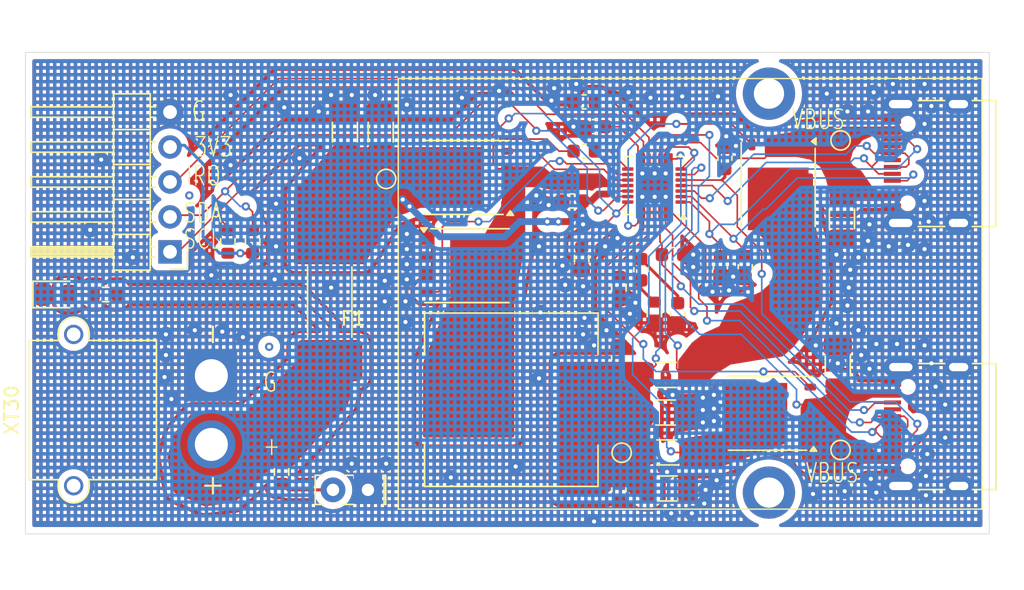
<source format=kicad_pcb>
(kicad_pcb (version 20240108) (generator "pcbnew") (generator_version "8.0")
  (layers (0 "F.Cu" signal) (31 "B.Cu" signal) (34 "B.Paste" user) (35 "F.Paste" user) (36 "B.SilkS" user "B.Silkscreen") (37 "F.SilkS" user "F.Silkscreen") (38 "B.Mask" user) (39 "F.Mask" user) (44 "Edge.Cuts" user))
  (net 0 "")
  (net 1 "GND")
  (net 2 "+3V3")
  (net 3 "/CC21")
  (net 4 "/CC11")
  (net 5 "Net-(U2-COMP)")
  (net 6 "Net-(C9-Pad1)")
  (net 7 "/VDD")
  (net 8 "Net-(U2-VDRV)")
  (net 9 "Net-(U2-BST)")
  (net 10 "/VBUS1")
  (net 13 "/VBUS2")
  (net 16 "Net-(Q8-G)")
  (net 17 "Net-(Q9-G)")
  (net 18 "/CSN1")
  (net 19 "/GATE1")
  (net 20 "/CSN2")
  (net 21 "Net-(U2-NTC)")
  (net 22 "/SCK")
  (net 23 "/SDA")
  (net 24 "/IRQ")
  (net 25 "Net-(LED1-A)")
  (net 26 "Net-(LED2-A)")
  (net 27 "/U1_SW1")
  (net 28 "/CSP")
  (net 31 "/DP11")
  (net 32 "/GATE2")
  (net 33 "/CC22")
  (net 34 "/CC12")
  (net 35 "/DP2")
  (net 36 "/DM2")
  (net 37 "BAT12V")
  (net 38 "/DM11")
  (net 39 "Net-(XT30-Pin_2)")
  (footprint "Capacitor_SMD:C_0603_1608Metric" (layer "F.Cu") (at 100.475 65.6 -90)
    (property "Reference" "C4" (hide yes))
    (property "Value" "330pF")
  )
  (footprint "Fuse:Fuse_Schurter_UMZ250" (layer "F.Cu") (at 72.1 68.15 -90)
    (property "Reference" "F1")
    (property "Value" "Fuse_Small")
  )
  (footprint "Capacitor_SMD:C_0603_1608Metric" (layer "F.Cu") (at 90.575 53.6 180)
    (property "Reference" "C10" (hide yes))
    (property "Value" "1uF")
  )
  (footprint "Capacitor_SMD:C_1206_3216Metric" (layer "F.Cu") (at 109.3 62.1 -90)
    (property "Reference" "C17" (hide yes))
    (property "Value" "10uF")
  )
  (footprint "Package_DFN_QFN:QFN-28-1EP_4x4mm_P0.4mm_EP2.4x2.4mm" (layer "F.Cu") (at 95.685 59.68 180)
    (property "Reference" "U2" (hide yes))
    (property "Value" "~")
  )
  (footprint "TestPoint:TestPoint_Pad_D1.0mm" (layer "F.Cu") (at 76.2 59.2)
    (property "Reference" "TP10" (hide yes))
    (property "Value" "TestPoint")
  )
  (footprint "LED_SMD:LED_0805_2012Metric" (layer "F.Cu") (at 52.225 67.6)
    (property "Reference" "LED1" (hide yes))
    (property "Value" "LED_Small")
  )
  (footprint "Inductor_SMD:L_12x12mm_H8mm" (layer "F.Cu") (at 85.285 75.25)
    (property "Reference" "L1" (hide yes))
    (property "Value" "22uH")
  )
  (footprint "Capacitor_SMD:C_1206_3216Metric" (layer "F.Cu") (at 96.485 76.18)
    (property "Reference" "C14" (hide yes))
    (property "Value" "22uF")
  )
  (footprint "Package_TO_SOT_SMD:TDSON-8-1" (layer "F.Cu") (at 82.07 65.505)
    (property "Reference" "Q9" (hide yes))
    (property "Value" "CSD17578Q5A")
  )
  (footprint "Connector_USB:USB_C_Receptacle_G-Switch_GT-USB-7010ASV" (layer "F.Cu") (at 116.7 77.2 90)
    (property "Reference" "J1" (hide yes))
    (property "Value" "USB_C_Receptacle_USB2.0_16P")
  )
  (footprint "Resistor_SMD:R_0603_1608Metric" (layer "F.Cu") (at 95.675 68.98 90)
    (property "Reference" "R25" (hide yes))
    (property "Value" "20K")
  )
  (footprint "LED_THT:LED_Rectangular_W5.0mm_H2.0mm" (layer "F.Cu") (at 74.875 81.8 180)
    (property "Reference" "LED2" (hide yes))
    (property "Value" "LED_Small")
  )
  (footprint "Resistor_SMD:R_0603_1608Metric" (layer "F.Cu") (at 66.5 63.775 90)
    (property "Reference" "R39" (hide yes))
    (property "Value" "68K")
  )
  (footprint "Connector_PinHeader_2.54mm:PinHeader_1x05_P2.54mm_Horizontal" (layer "F.Cu") (at 60.5 64.5 180)
    (property "Reference" "J3" (hide yes))
    (property "Value" "Conn_01x05_Pin")
  )
  (footprint "Capacitor_SMD:C_0603_1608Metric" (layer "F.Cu") (at 100.8 57.7 90)
    (property "Reference" "C39" (hide yes))
    (property "Value" "330pF")
  )
  (footprint "Capacitor_SMD:C_0603_1608Metric" (layer "F.Cu") (at 97.375 69.005 90)
    (property "Reference" "C8" (hide yes))
    (property "Value" "100pF")
  )
  (footprint "Package_TO_SOT_SMD:TDSON-8-1" (layer "F.Cu") (at 104.1 76.235 180)
    (property "Reference" "Q11" (hide yes))
    (property "Value" "CSD17578Q5A")
  )
  (footprint "Resistor_SMD:R_0603_1608Metric" (layer "F.Cu") (at 55.825 67.6 180)
    (property "Reference" "R14" (hide yes))
    (property "Value" "15K")
  )
  (footprint "Resistor_SMD:R_0603_1608Metric" (layer "F.Cu") (at 90.4 65 90)
    (property "Reference" "R27" (hide yes))
    (property "Value" "68K")
  )
  (footprint "Capacitor_SMD:C_0603_1608Metric" (layer "F.Cu") (at 93.085 72.2 90)
    (property "Reference" "C15" (hide yes))
    (property "Value" "0.1uF")
  )
  (footprint "Capacitor_SMD:C_0603_1608Metric" (layer "F.Cu") (at 89.7 60.8 180)
    (property "Reference" "C13" (hide yes))
    (property "Value" "0.1uF")
  )
  (footprint "MountingHole:MountingHole_2.2mm_M2_DIN965_Pad" (layer "F.Cu") (at 104 82)
    (property "Reference" "H2" (hide yes))
    (property "Value" "MountingHole_Pad")
  )
  (footprint "Capacitor_SMD:C_1206_3216Metric" (layer "F.Cu") (at 96.625 81.7)
    (property "Reference" "C41" (hide yes))
    (property "Value" "22uF")
  )
  (footprint "Capacitor_SMD:C_1206_3216Metric" (layer "F.Cu") (at 109 72.8 90)
    (property "Reference" "C6" (hide yes))
    (property "Value" "10uF")
  )
  (footprint "TestPoint:TestPoint_Pad_D1.0mm" (layer "F.Cu") (at 93.3 79.1)
    (property "Reference" "TP9" (hide yes))
    (property "Value" "TestPoint")
  )
  (footprint "Resistor_SMD:R_1206_3216Metric" (layer "F.Cu") (at 96.535 73.45)
    (property "Reference" "R28" (hide yes))
    (property "Value" "5mΩ")
  )
  (footprint "Resistor_SMD:R_0603_1608Metric" (layer "F.Cu") (at 68.6 80.5 -90)
    (property "Reference" "R16" (hide yes))
    (property "Value" "15K")
  )
  (footprint "Capacitor_SMD:C_1206_3216Metric" (layer "F.Cu") (at 75.8 55.8 90)
    (property "Reference" "C25" (hide yes))
    (property "Value" "100uF35V")
  )
  (footprint "Package_TO_SOT_SMD:TDSON-8-1" (layer "F.Cu") (at 82.075 59.095 180)
    (property "Reference" "Q8" (hide yes))
    (property "Value" "CSD17578Q5A")
  )
  (footprint "Package_TO_SOT_SMD:TDSON-8-1" (layer "F.Cu") (at 104.67 59.6 -90)
    (property "Reference" "Q10" (hide yes))
    (property "Value" "CSD17578Q5A")
  )
  (footprint "MountingHole:MountingHole_2.2mm_M2_DIN965_Pad" (layer "F.Cu") (at 104 53)
    (property "Reference" "H1" (hide yes))
    (property "Value" "MountingHole_Pad")
  )
  (footprint "Connector_AMASS:AMASS_XT30PW-M_1x02_P2.50mm_Horizontal" (layer "F.Cu") (at 63.5 73.5 90)
    (property "Reference" "XT30")
    (property "Value" "Conn_01x02")
  )
  (footprint "Capacitor_SMD:C_0603_1608Metric" (layer "F.Cu") (at 97 64.7 180)
    (property "Reference" "C40" (hide yes))
    (property "Value" "330pF")
  )
  (footprint "Connector_USB:USB_C_Receptacle_G-Switch_GT-USB-7010ASV" (layer "F.Cu") (at 116.685 58.08 90)
    (property "Reference" "J6" (hide yes))
    (property "Value" "USB_C_Receptacle_USB2.0_16P")
  )
  (footprint "Capacitor_SMD:C_0603_1608Metric" (layer "F.Cu") (at 91.325 55.4 180)
    (property "Reference" "C11" (hide yes))
    (property "Value" "1uF")
  )
  (footprint "TestPoint:TestPoint_Pad_D1.0mm" (layer "F.Cu") (at 109.2 78.9)
    (property "Reference" "TP8" (hide yes))
    (property "Value" "TestPoint")
  )
  (footprint "TestPoint:TestPoint_Pad_D1.0mm" (layer "F.Cu") (at 109.2 56.4)
    (property "Reference" "TP6" (hide yes))
    (property "Value" "TestPoint")
  )
  (footprint "Capacitor_SMD:C_0603_1608Metric" (layer "F.Cu") (at 93.1 81.8 -90)
    (property "Reference" "C16" (hide yes))
    (property "Value" "0.1uF")
  )
  (footprint "Resistor_SMD:R_1206_3216Metric" (layer "F.Cu") (at 96.585 79.08)
    (property "Reference" "R17" (hide yes))
    (property "Value" "5mΩ")
  )
  (footprint "Resistor_SMD:R_0603_1608Metric" (layer "F.Cu") (at 64.7 63.775 90)
    (property "Reference" "R38" (hide yes))
    (property "Value" "68K")
  )
  (footprint "Capacitor_SMD:C_1206_3216Metric" (layer "F.Cu") (at 73.2 55.8 90)
    (property "Reference" "C24" (hide yes))
    (property "Value" "10uF35V")
  )
  (footprint "Capacitor_SMD:C_0603_1608Metric" (layer "F.Cu") (at 102.275 65.575 -90)
    (property "Reference" "C5" (hide yes))
    (property "Value" "330pF")
  )
  (footprint "Resistor_SMD:R_0603_1608Metric" (layer "F.Cu") (at 93.1 67.1 90)
    (property "Reference" "R26" (hide yes))
    (property "Value" "104AT")
  )
  (footprint "Capacitor_SMD:C_0603_1608Metric" (layer "F.Cu") (at 90.585 57.18)
    (property "Reference" "C12" (hide yes))
    (property "Value" "0.1uF")
  )
  (footprint "Capacitor_SMD:C_0603_1608Metric" (layer "F.Cu") (at 94.7 65.8 90)
    (property "Reference" "C9" (hide yes))
    (property "Value" "2.2nF")
  )
  (gr_line (start 93.7 59.7) (end 92.7 59.7) (stroke (width 0.2)) (layer "F.Cu") (net 27))
  (gr_rect (start 77.075 51.9) (end 119.475 83.2) (stroke (width 0.1)) (fill none) (layer "F.SilkS"))
  (gr_rect (start 50 50) (end 120 85) (stroke (width 0.05)) (fill none) (layer "Edge.Cuts"))
  (gr_text "G" (at 67.2 74.8 0) (layer "F.SilkS") (effects (font (size 1.4 1) (thickness 0.1) (bold yes)) (justify left bottom)))
  (gr_text "3V3" (at 62.2 57.7 0) (layer "F.SilkS") (effects (font (size 1.4 1) (thickness 0.1) (bold yes)) (justify left bottom)))
  (gr_text "+" (at 67.2 79.4 0) (layer "F.SilkS") (effects (font (size 1.4 1) (thickness 0.1) (bold yes)) (justify left bottom)))
  (gr_text "SCL" (at 61.4 64.4 0) (layer "F.SilkS") (effects (font (size 1.4 1) (thickness 0.1) (bold yes)) (justify left bottom)))
  (gr_text "VBUS" (at 105.6 55.7 0) (layer "F.SilkS") (effects (font (size 1.4 1) (thickness 0.1) (bold yes)) (justify left bottom)))
  (gr_text "VBUS" (at 106.6 81.4 0) (layer "F.SilkS") (effects (font (size 1.4 1) (thickness 0.1) (bold yes)) (justify left bottom)))
  (gr_text "SDA" (at 61.4 62.5 0) (layer "F.SilkS") (effects (font (size 1.4 1) (thickness 0.1) (bold yes)) (justify left bottom)))
  (gr_text "G" (at 62 55.1 0) (layer "F.SilkS") (effects (font (size 1.4 1) (thickness 0.1) (bold yes)) (justify left bottom)))
  (gr_text "IRQ" (at 61.6 59.8 0) (layer "F.SilkS") (effects (font (size 1.4 1) (thickness 0.1) (bold yes)) (justify left bottom)))
  (via (at 61.9 60.4) (size 0.6) (drill 0.3) (layers "F.Cu" "B.Cu") (net 0))
  (via (at 67.7 71.4) (size 0.6) (drill 0.3) (layers "F.Cu" "B.Cu") (net 0))
  (via (at 112.7 64.1) (size 0.6) (drill 0.3) (layers "F.Cu" "B.Cu") (net 1))
  (via (at 87.1 60.4) (size 0.6) (drill 0.3) (layers "F.Cu" "B.Cu") (net 1))
  (via (at 88.2 53.5) (size 0.6) (drill 0.3) (layers "F.Cu" "B.Cu") (net 1))
  (via (at 114.1 64) (size 0.6) (drill 0.3) (layers "F.Cu" "B.Cu") (net 1))
  (via (at 95.4 53.3) (size 0.6) (drill 0.3) (layers "F.Cu" "B.Cu") (net 1))
  (via (at 69.9 57.7) (size 0.6) (drill 0.3) (layers "F.Cu" "B.Cu") (net 1))
  (via (at 85.6 80.1) (size 0.6) (drill 0.3) (layers "F.Cu" "B.Cu") (net 1))
  (via (at 54.7 62.9) (size 0.6) (drill 0.3) (layers "F.Cu" "B.Cu") (net 1))
  (via (at 84.4 52.8) (size 0.6) (drill 0.3) (layers "F.Cu" "B.Cu") (net 1))
  (via (at 63.5 66.2) (size 0.6) (drill 0.3) (layers "F.Cu" "B.Cu") (net 1))
  (via (at 65.8 70.7) (size 0.6) (drill 0.3) (layers "F.Cu" "B.Cu") (net 1))
  (via (at 115.3 71.3) (size 0.6) (drill 0.3) (layers "F.Cu" "B.Cu") (net 1))
  (via (at 76.2 79.9) (size 0.6) (drill 0.3) (layers "F.Cu" "B.Cu") (net 1))
  (via (at 101.1 67.3) (size 0.6) (drill 0.3) (layers "F.Cu" "B.Cu") (net 1))
  (via (at 93 63.5) (size 0.6) (drill 0.3) (layers "F.Cu" "B.Cu") (net 1))
  (via (at 107.2 82.1) (size 0.6) (drill 0.3) (layers "F.Cu" "B.Cu") (net 1))
  (via (at 57.8 64.9) (size 0.6) (drill 0.3) (layers "F.Cu" "B.Cu") (net 1))
  (via (at 96.6 80.5) (size 0.6) (drill 0.3) (layers "F.Cu" "B.Cu") (net 1))
  (via (at 110.5 64.9) (size 0.6) (drill 0.3) (layers "F.Cu" "B.Cu") (net 1))
  (via (at 55.5 57.8) (size 0.6) (drill 0.3) (layers "F.Cu" "B.Cu") (net 1))
  (via (at 98.4 83.5) (size 0.6) (drill 0.3) (layers "F.Cu" "B.Cu") (net 1))
  (via (at 111.3 62.5) (size 0.6) (drill 0.3) (layers "F.Cu" "B.Cu") (net 1))
  (via (at 77.7 66.5) (size 0.6) (drill 0.3) (layers "F.Cu" "B.Cu") (net 1))
  (via (at 90 52.3) (size 0.6) (drill 0.3) (layers "F.Cu" "B.Cu") (net 1))
  (via (at 116.8 78) (size 0.6) (drill 0.3) (layers "F.Cu" "B.Cu") (net 1))
  (via (at 60.2 72) (size 0.6) (drill 0.3) (layers "F.Cu" "B.Cu") (net 1))
  (via (at 111.6 52.9) (size 0.6) (drill 0.3) (layers "F.Cu" "B.Cu") (net 1))
  (via (at 90.5 70.5) (size 0.6) (drill 0.3) (layers "F.Cu" "B.Cu") (net 1))
  (via (at 115.3 55.2) (size 0.6) (drill 0.3) (layers "F.Cu" "B.Cu") (net 1))
  (via (at 68.2 61) (size 0.6) (drill 0.3) (layers "F.Cu" "B.Cu") (net 1))
  (via (at 96.5 60.5) (size 0.6) (drill 0.3) (layers "F.Cu" "B.Cu") (net 1))
  (via (at 88 61.1) (size 0.6) (drill 0.3) (layers "F.Cu" "B.Cu") (net 1))
  (via (at 77.6 69.6) (size 0.6) (drill 0.3) (layers "F.Cu" "B.Cu") (net 1))
  (via (at 89.2 66.9) (size 0.6) (drill 0.3) (layers "F.Cu" "B.Cu") (net 1))
  (via (at 96.9 83.5) (size 0.6) (drill 0.3) (layers "F.Cu" "B.Cu") (net 1))
  (via (at 115.4 80.8) (size 0.6) (drill 0.3) (layers "F.Cu" "B.Cu") (net 1))
  (via (at 64.3 70.3) (size 0.6) (drill 0.3) (layers "F.Cu" "B.Cu") (net 1))
  (via (at 77.6 68.1) (size 0.6) (drill 0.3) (layers "F.Cu" "B.Cu") (net 1))
  (via (at 89 65.5) (size 0.6) (drill 0.3) (layers "F.Cu" "B.Cu") (net 1))
  (via (at 75.4 53.1) (size 0.6) (drill 0.3) (layers "F.Cu" "B.Cu") (net 1))
  (via (at 94.8 58.8) (size 0.6) (drill 0.3) (layers "F.Cu" "B.Cu") (net 1))
  (via (at 99.4 81.8) (size 0.6) (drill 0.3) (layers "F.Cu" "B.Cu") (net 1))
  (via (at 88.4 52.6) (size 0.6) (drill 0.3) (layers "F.Cu" "B.Cu") (net 1))
  (via (at 68.2 64.1) (size 0.6) (drill 0.3) (layers "F.Cu" "B.Cu") (net 1))
  (via (at 99.2 76.9) (size 0.6) (drill 0.3) (layers "F.Cu" "B.Cu") (net 1))
  (via (at 91.3 84.1) (size 0.6) (drill 0.3) (layers "F.Cu" "B.Cu") (net 1))
  (via (at 100.2 81.1) (size 0.6) (drill 0.3) (layers "F.Cu" "B.Cu") (net 1))
  (via (at 115.3 64.3) (size 0.6) (drill 0.3) (layers "F.Cu" "B.Cu") (net 1))
  (via (at 87.4 68.9) (size 0.6) (drill 0.3) (layers "F.Cu" "B.Cu") (net 1))
  (via (at 68.8 54) (size 0.6) (drill 0.3) (layers "F.Cu" "B.Cu") (net 1))
  (via (at 80.9 80.9) (size 0.6) (drill 0.3) (layers "F.Cu" "B.Cu") (net 1))
  (via (at 115.4 82.2) (size 0.6) (drill 0.3) (layers "F.Cu" "B.Cu") (net 1))
  (via (at 109.7 54.3) (size 0.6) (drill 0.3) (layers "F.Cu" "B.Cu") (net 1))
  (via (at 99.3 82.8) (size 0.6) (drill 0.3) (layers "F.Cu" "B.Cu") (net 1))
  (via (at 115.3 52.3) (size 0.6) (drill 0.3) (layers "F.Cu" "B.Cu") (net 1))
  (via (at 111.3 73) (size 0.6) (drill 0.3) (layers "F.Cu" "B.Cu") (net 1))
  (via (at 111.8 82) (size 0.6) (drill 0.3) (layers "F.Cu" "B.Cu") (net 1))
  (via (at 100.3 53.2) (size 0.6) (drill 0.3) (layers "F.Cu" "B.Cu") (net 1))
  (via (at 93.9 69) (size 0.6) (drill 0.3) (layers "F.Cu" "B.Cu") (net 1))
  (via (at 108.9 69.7) (size 0.6) (drill 0.3) (layers "F.Cu" "B.Cu") (net 1))
  (via (at 101.4 66.3) (size 0.6) (drill 0.3) (layers "F.Cu" "B.Cu") (net 1))
  (via (at 115.3 60.8) (size 0.6) (drill 0.3) (layers "F.Cu" "B.Cu") (net 1))
  (via (at 77.7 53.8) (size 0.6) (drill 0.3) (layers "F.Cu" "B.Cu") (net 1))
  (via (at 115.8 72.6) (size 0.6) (drill 0.3) (layers "F.Cu" "B.Cu") (net 1))
  (via (at 64.9 53.1) (size 0.6) (drill 0.3) (layers "F.Cu" "B.Cu") (net 1))
  (via (at 73.7 79.9) (size 0.6) (drill 0.3) (layers "F.Cu" "B.Cu") (net 1))
  (via (at 72.2 53.1) (size 0.6) (drill 0.3) (layers "F.Cu" "B.Cu") (net 1))
  (via (at 109 72.6) (size 0.6) (drill 0.3) (layers "F.Cu" "B.Cu") (net 1))
  (via (at 115.5 79.2) (size 0.6) (drill 0.3) (layers "F.Cu" "B.Cu") (net 1))
  (via (at 111.2 63.7) (size 0.6) (drill 0.3) (layers "F.Cu" "B.Cu") (net 1))
  (via (at 109.8 67.1) (size 0.6) (drill 0.3) (layers "F.Cu" "B.Cu") (net 1))
  (via (at 93.8 52.9) (size 0.6) (drill 0.3) (layers "F.Cu" "B.Cu") (net 1))
  (via (at 92.1 64.1) (size 0.6) (drill 0.3) (layers "F.Cu" "B.Cu") (net 1))
  (via (at 76.1 66.6) (size 0.6) (drill 0.3) (layers "F.Cu" "B.Cu") (net 1))
  (via (at 109.5 81.9) (size 0.6) (drill 0.3) (layers "F.Cu" "B.Cu") (net 1))
  (via (at 98.5 65.6) (size 0.6) (drill 0.3) (layers "F.Cu" "B.Cu") (net 1))
  (via (at 108.2 53) (size 0.6) (drill 0.3) (layers "F.Cu" "B.Cu") (net 1))
  (via (at 64.9 58.2) (size 0.6) (drill 0.3) (layers "F.Cu" "B.Cu") (net 1))
  (via (at 111.4 81) (size 0.6) (drill 0.3) (layers "F.Cu" "B.Cu") (net 1))
  (via (at 77.7 65.4) (size 0.6) (drill 0.3) (layers "F.Cu" "B.Cu") (net 1))
  (via (at 111.8 71.2) (size 0.6) (drill 0.3) (layers "F.Cu" "B.Cu") (net 1))
  (via (at 100.9 56.1) (size 0.6) (drill 0.3) (layers "F.Cu" "B.Cu") (net 1))
  (via (at 113.3 71.2) (size 0.6) (drill 0.3) (layers "F.Cu" "B.Cu") (net 1))
  (via (at 95.7 60.5) (size 0.6) (drill 0.3) (layers "F.Cu" "B.Cu") (net 1))
  (via (at 60.6 75.2) (size 0.6) (drill 0.3) (layers "F.Cu" "B.Cu") (net 1))
  (via (at 73.7 53.1) (size 0.6) (drill 0.3) (layers "F.Cu" "B.Cu") (net 1))
  (via (at 90.5 67) (size 0.6) (drill 0.3) (layers "F.Cu" "B.Cu") (net 1))
  (via (at 72.2 67.1) (size 0.6) (drill 0.3) (layers "F.Cu" "B.Cu") (net 1))
  (via (at 60.2 70.5) (size 0.6) (drill 0.3) (layers "F.Cu" "B.Cu") (net 1))
  (via (at 116.1 74.3) (size 0.6) (drill 0.3) (layers "F.Cu" "B.Cu") (net 1))
  (via (at 111.2 54.3) (size 0.6) (drill 0.3) (layers "F.Cu" "B.Cu") (net 1))
  (via (at 110.5 70.2) (size 0.6) (drill 0.3) (layers "F.Cu" "B.Cu") (net 1))
  (via (at 108.9 64.7) (size 0.6) (drill 0.3) (layers "F.Cu" "B.Cu") (net 1))
  (via (at 115.8 53.9) (size 0.6) (drill 0.3) (layers "F.Cu" "B.Cu") (net 1))
  (via (at 90.6 69.3) (size 0.6) (drill 0.3) (layers "F.Cu" "B.Cu") (net 1))
  (via (at 71.3 54.3) (size 0.6) (drill 0.3) (layers "F.Cu" "B.Cu") (net 1))
  (via (at 96.5 58.8) (size 0.6) (drill 0.3) (layers "F.Cu" "B.Cu") (net 1))
  (via (at 99.2 75.1) (size 0.6) (drill 0.3) (layers "F.Cu" "B.Cu") (net 1))
  (via (at 76.1 68.1) (size 0.6) (drill 0.3) (layers "F.Cu" "B.Cu") (net 1))
  (via (at 110.7 72) (size 0.6) (drill 0.3) (layers "F.Cu" "B.Cu") (net 1))
  (via (at 99.2 76) (size 0.6) (drill 0.3) (layers "F.Cu" "B.Cu") (net 1))
  (via (at 94.8 60.5) (size 0.6) (drill 0.3) (layers "F.Cu" "B.Cu") (net 1))
  (via (at 91.3 71.3) (size 0.6) (drill 0.3) (layers "F.Cu" "B.Cu") (net 1))
  (via (at 99.9 67.4) (size 0.6) (drill 0.3) (layers "F.Cu" "B.Cu") (net 1))
  (via (at 92.2 70.2) (size 0.6) (drill 0.3) (layers "F.Cu" "B.Cu") (net 1))
  (via (at 77.7 64.3) (size 0.6) (drill 0.3) (layers "F.Cu" "B.Cu") (net 1))
  (via (at 60.1 73.6) (size 0.6) (drill 0.3) (layers "F.Cu" "B.Cu") (net 1))
  (via (at 87.3 64.1) (size 0.6) (drill 0.3) (layers "F.Cu" "B.Cu") (net 1))
  (via (at 89.8 55.4) (size 0.6) (drill 0.3) (layers "F.Cu" "B.Cu") (net 1))
  (via (at 109.7 68.4) (size 0.6) (drill 0.3) (layers "F.Cu" "B.Cu") (net 1))
  (via (at 62.3 70.2) (size 0.6) (drill 0.3) (layers "F.Cu" "B.Cu") (net 1))
  (via (at 68.1 66.5) (size 0.6) (drill 0.3) (layers "F.Cu" "B.Cu") (net 1))
  (via (at 94.3 68.2) (size 0.6) (drill 0.3) (layers "F.Cu" "B.Cu") (net 1))
  (via (at 98.5 64.7) (size 0.6) (drill 0.3) (layers "F.Cu" "B.Cu") (net 1))
  (via (at 115.6 62.3) (size 0.6) (drill 0.3) (layers "F.Cu" "B.Cu") (net 1))
  (via (at 87.3 73.7) (size 0.6) (drill 0.3) (layers "F.Cu" "B.Cu") (net 1))
  (via (at 81.7 53.3) (size 0.6) (drill 0.3) (layers "F.Cu" "B.Cu") (net 1))
  (via (at 116.8 75.6) (size 0.6) (drill 0.3) (layers "F.Cu" "B.Cu") (net 1))
  (via (at 101.6 56.8) (size 0.6) (drill 0.3) (layers "F.Cu" "B.Cu") (net 1))
  (via (at 97 74.9) (size 0.6) (drill 0.3) (layers "F.Cu" "B.Cu") (net 1))
  (via (at 100 74.9) (size 0.6) (drill 0.3) (layers "F.Cu" "B.Cu") (net 1))
  (via (at 95.7 58.8) (size 0.6) (drill 0.3) (layers "F.Cu" "B.Cu") (net 1))
  (via (at 97.7 53.2) (size 0.6) (drill 0.3) (layers "F.Cu" "B.Cu") (net 1))
  (via (at 90.5 62.5) (size 0.6) (drill 0.3) (layers "F.Cu" "B.Cu") (net 1))
  (via (at 100 75.9) (size 0.6) (drill 0.3) (layers "F.Cu" "B.Cu") (net 1))
  (via (at 107.4 71.3) (size 0.6) (drill 0.3) (layers "F.Cu" "B.Cu") (net 1))
  (via (at 100 76.8) (size 0.6) (drill 0.3) (layers "F.Cu" "B.Cu") (net 1))
  (via (at 77.7 63.2) (size 0.6) (drill 0.3) (layers "F.Cu" "B.Cu") (net 1))
  (via (at 113 52.3) (size 0.6) (drill 0.3) (layers "F.Cu" "B.Cu") (net 1))
  (via (at 109.9 65.8) (size 0.6) (drill 0.3) (layers "F.Cu" "B.Cu") (net 1))
  (segment (start 66.5 64.6) (end 65.6 64.6) (width 0.22) (layer "F.Cu") (net 2))
  (segment (start 65.6 64.6) (end 64.7 64.6) (width 0.22) (layer "F.Cu") (net 2))
  (via (at 65.6 64.6) (size 0.6) (drill 0.3) (layers "F.Cu" "B.Cu") (net 2))
  (segment (start 64.1 64.6) (end 62.9 63.4) (width 0.22) (layer "B.Cu") (net 2))
  (segment (start 62.9 63.4) (end 62.9 58.1) (width 0.22) (layer "B.Cu") (net 2))
  (segment (start 62.9 58.1) (end 61.555 56.755) (width 0.22) (layer "B.Cu") (net 2))
  (segment (start 61.555 56.755) (end 60.775 56.755) (width 0.22) (layer "B.Cu") (net 2))
  (segment (start 65.6 64.6) (end 64.1 64.6) (width 0.22) (layer "B.Cu") (net 2))
  (segment (start 100.475 64) (end 99.675 63.2) (width 0.12) (layer "F.Cu") (net 3))
  (segment (start 98.255 60.88) (end 99.675 62.3) (width 0.12) (layer "F.Cu") (net 3))
  (segment (start 99.675 62.8) (end 99.675 62.9) (width 0.12) (layer "F.Cu") (net 3))
  (segment (start 112.96 56.33) (end 114.06 56.33) (width 0.12) (layer "F.Cu") (net 3))
  (segment (start 99.675 62.9) (end 99.675 63.2) (width 0.12) (layer "F.Cu") (net 3))
  (segment (start 99.675 62.3) (end 99.675 62.8) (width 0.12) (layer "F.Cu") (net 3))
  (segment (start 100.475 64.825) (end 100.475 64) (width 0.12) (layer "F.Cu") (net 3))
  (segment (start 97.6225 60.88) (end 98.255 60.88) (width 0.12) (layer "F.Cu") (net 3))
  (segment (start 99.675 63.2) (end 99.675 63.3) (width 0.12) (layer "F.Cu") (net 3))
  (segment (start 114.06 56.33) (end 114.76 57.03) (width 0.12) (layer "F.Cu") (net 3))
  (via (at 99.675 63.2) (size 0.6) (drill 0.3) (layers "F.Cu" "B.Cu") (net 3))
  (via (at 114.76 57.03) (size 0.6) (drill 0.3) (layers "F.Cu" "B.Cu") (net 3))
  (segment (start 100.375 62.5) (end 99.675 63.2) (width 0.12) (layer "B.Cu") (net 3))
  (segment (start 105.495 58.48) (end 101.475 62.5) (width 0.12) (layer "B.Cu") (net 3))
  (segment (start 113.31 58.48) (end 105.495 58.48) (width 0.12) (layer "B.Cu") (net 3))
  (segment (start 101.475 62.5) (end 100.375 62.5) (width 0.12) (layer "B.Cu") (net 3))
  (segment (start 114.76 57.03) (end 113.31 58.48) (width 0.12) (layer "B.Cu") (net 3))
  (segment (start 101.425 63.52) (end 100.475 62.57) (width 0.12) (layer "F.Cu") (net 4))
  (segment (start 101.425 63.55) (end 102.275 64.4) (width 0.12) (layer "F.Cu") (net 4))
  (segment (start 101.425 63.55) (end 101.425 63.52) (width 0.12) (layer "F.Cu") (net 4))
  (segment (start 102.275 64.4) (end 102.275 64.8) (width 0.12) (layer "F.Cu") (net 4))
  (segment (start 114.485 58.88) (end 114.035 59.33) (width 0.12) (layer "F.Cu") (net 4))
  (segment (start 97.6225 60.48) (end 98.385 60.48) (width 0.12) (layer "F.Cu") (net 4))
  (segment (start 98.385 60.48) (end 100.475 62.57) (width 0.12) (layer "F.Cu") (net 4))
  (segment (start 114.035 59.33) (end 112.96 59.33) (width 0.12) (layer "F.Cu") (net 4))
  (via (at 114.485 58.88) (size 0.6) (drill 0.3) (layers "F.Cu" "B.Cu") (net 4))
  (via (at 101.425 63.55) (size 0.6) (drill 0.3) (layers "F.Cu" "B.Cu") (net 4))
  (segment (start 101.425 63.55) (end 103.575 61.4) (width 0.12) (layer "B.Cu") (net 4))
  (segment (start 103.575 61.4) (end 103.775 61.4) (width 0.12) (layer "B.Cu") (net 4))
  (segment (start 106.045 59.13) (end 114.235 59.13) (width 0.12) (layer "B.Cu") (net 4))
  (segment (start 114.235 59.13) (end 114.485 58.88) (width 0.12) (layer "B.Cu") (net 4))
  (segment (start 103.775 61.4) (end 106.045 59.13) (width 0.12) (layer "B.Cu") (net 4))
  (segment (start 95.685 61.6175) (end 95.685 63.515) (width 0.12) (layer "F.Cu") (net 5))
  (segment (start 97.375 68.23) (end 97.375 67.7) (width 0.22) (layer "F.Cu") (net 5))
  (segment (start 94.7 64.5) (end 95.4225 63.7775) (width 0.22) (layer "F.Cu") (net 5))
  (segment (start 97.375 67.7) (end 94.7 65.025) (width 0.22) (layer "F.Cu") (net 5))
  (segment (start 94.7 65.025) (end 94.7 64.5) (width 0.22) (layer "F.Cu") (net 5))
  (segment (start 95.685 63.515) (end 95.35 63.85) (width 0.12) (layer "F.Cu") (net 5))
  (segment (start 94.7 67.18) (end 95.675 68.155) (width 0.22) (layer "F.Cu") (net 6))
  (segment (start 94.7 66.575) (end 94.7 67.18) (width 0.22) (layer "F.Cu") (net 6))
  (segment (start 95.285 56.185) (end 95.285 57.7425) (width 0.12) (layer "F.Cu") (net 7))
  (segment (start 92.7 53.6) (end 95.285 56.185) (width 0.12) (layer "F.Cu") (net 7))
  (segment (start 91.35 53.6) (end 92.7 53.6) (width 0.12) (layer "F.Cu") (net 7))
  (segment (start 93.075 55.4) (end 94.485 56.81) (width 0.12) (layer "F.Cu") (net 8))
  (segment (start 92.1 55.4) (end 93.075 55.4) (width 0.12) (layer "F.Cu") (net 8))
  (segment (start 94.485 56.81) (end 94.485 57.7425) (width 0.12) (layer "F.Cu") (net 8))
  (segment (start 91.36 57.18) (end 92.4475 57.18) (width 0.12) (layer "F.Cu") (net 9))
  (segment (start 92.4475 57.18) (end 93.7475 58.48) (width 0.12) (layer "F.Cu") (net 9))
  (segment (start 96.085 57.7425) (end 96.085 56.85) (width 0.12) (layer "F.Cu") (net 10))
  (segment (start 96.375 56.56) (end 99.035 56.56) (width 0.12) (layer "F.Cu") (net 10))
  (segment (start 96.085 56.85) (end 96.375 56.56) (width 0.12) (layer "F.Cu") (net 10))
  (segment (start 99.035 56.56) (end 100.175 57.7) (width 0.12) (layer "F.Cu") (net 10))
  (segment (start 100.175 57.7) (end 103.675 57.7) (width 0.12) (layer "F.Cu") (net 10))
  (segment (start 104.035 57.34) (end 104.035 56.7) (width 0.12) (layer "F.Cu") (net 10))
  (segment (start 103.675 57.7) (end 104.035 57.34) (width 0.12) (layer "F.Cu") (net 10))
  (segment (start 95.875 56.3) (end 96.175 56) (width 0.12) (layer "F.Cu") (net 13))
  (segment (start 96.175 56) (end 99.675 56) (width 0.12) (layer "F.Cu") (net 13))
  (segment (start 95.685 56.49) (end 95.875 56.3) (width 0.12) (layer "F.Cu") (net 13))
  (segment (start 107 75.6) (end 106 75.6) (width 0.12) (layer "F.Cu") (net 13))
  (segment (start 95.685 57.7425) (end 95.685 56.49) (width 0.12) (layer "F.Cu") (net 13))
  (via (at 99.675 56) (size 0.6) (drill 0.3) (layers "F.Cu" "B.Cu") (net 13))
  (via (at 106 75.6) (size 0.6) (drill 0.3) (layers "F.Cu" "B.Cu") (net 13))
  (segment (start 97 64.9) (end 98.875 63.025) (width 0.12) (layer "B.Cu") (net 13))
  (segment (start 98.875 63.025) (end 98.875 59.8) (width 0.12) (layer "B.Cu") (net 13))
  (segment (start 99.675 59) (end 99.675 56) (width 0.12) (layer "B.Cu") (net 13))
  (segment (start 98.875 59.8) (end 99.675 59) (width 0.12) (layer "B.Cu") (net 13))
  (segment (start 102 70.5) (end 98.975 70.5) (width 0.12) (layer "B.Cu") (net 13))
  (segment (start 98.975 70.5) (end 97 68.525) (width 0.12) (layer "B.Cu") (net 13))
  (segment (start 106 75.6) (end 106 74.5) (width 0.12) (layer "B.Cu") (net 13))
  (segment (start 97 68.525) (end 97 64.9) (width 0.12) (layer "B.Cu") (net 13))
  (segment (start 106 74.5) (end 102 70.5) (width 0.12) (layer "B.Cu") (net 13))
  (segment (start 92 58.5) (end 88.4 58.5) (width 0.12) (layer "F.Cu") (net 16))
  (segment (start 87.09 57.19) (end 84.975 57.19) (width 0.12) (layer "F.Cu") (net 16))
  (segment (start 92.78 59.28) (end 92 58.5) (width 0.12) (layer "F.Cu") (net 16))
  (segment (start 93.7475 59.28) (end 92.78 59.28) (width 0.12) (layer "F.Cu") (net 16))
  (segment (start 88.4 58.5) (end 87.09 57.19) (width 0.12) (layer "F.Cu") (net 16))
  (segment (start 79.965 67.41) (end 79.17 67.41) (width 0.12) (layer "F.Cu") (net 17))
  (segment (start 92.2 58.1) (end 92.98 58.88) (width 0.12) (layer "F.Cu") (net 17))
  (segment (start 80.275 67.1) (end 79.965 67.41) (width 0.12) (layer "F.Cu") (net 17))
  (segment (start 88.8 57.9) (end 89.1 57.9) (width 0.12) (layer "F.Cu") (net 17))
  (segment (start 82.9 62.3) (end 80.675 62.3) (width 0.12) (layer "F.Cu") (net 17))
  (segment (start 92.98 58.88) (end 93.7475 58.88) (width 0.12) (layer "F.Cu") (net 17))
  (segment (start 89.3 58.1) (end 92.2 58.1) (width 0.12) (layer "F.Cu") (net 17))
  (segment (start 80.675 62.3) (end 80.275 62.7) (width 0.12) (layer "F.Cu") (net 17))
  (segment (start 89.1 57.9) (end 89.3 58.1) (width 0.12) (layer "F.Cu") (net 17))
  (segment (start 80.275 62.7) (end 80.275 67.1) (width 0.12) (layer "F.Cu") (net 17))
  (via (at 82.9 62.3) (size 0.6) (drill 0.3) (layers "F.Cu" "B.Cu") (net 17))
  (via (at 88.8 57.9) (size 0.6) (drill 0.3) (layers "F.Cu" "B.Cu") (net 17))
  (segment (start 88.8 57.9) (end 88.1 57.9) (width 0.12) (layer "B.Cu") (net 17))
  (segment (start 83.7 62.3) (end 82.9 62.3) (width 0.12) (layer "B.Cu") (net 17))
  (segment (start 88.1 57.9) (end 83.7 62.3) (width 0.12) (layer "B.Cu") (net 17))
  (segment (start 98.585 58.88) (end 99.085 58.38) (width 0.12) (layer "F.Cu") (net 18))
  (segment (start 97.3 73) (end 97.75 73.45) (width 0.12) (layer "F.Cu") (net 18))
  (segment (start 97.75 73.45) (end 97.9975 73.45) (width 0.12) (layer "F.Cu") (net 18))
  (segment (start 97.3 71.375) (end 97.3 73) (width 0.12) (layer "F.Cu") (net 18))
  (segment (start 97.375 71.3) (end 97.3 71.375) (width 0.12) (layer "F.Cu") (net 18))
  (segment (start 99.085 58.38) (end 99.185 58.28) (width 0.12) (layer "F.Cu") (net 18))
  (segment (start 97.6225 58.88) (end 98.585 58.88) (width 0.12) (layer "F.Cu") (net 18))
  (via (at 99.085 58.38) (size 0.6) (drill 0.3) (layers "F.Cu" "B.Cu") (net 18))
  (via (at 97.375 71.3) (size 0.6) (drill 0.3) (layers "F.Cu" "B.Cu") (net 18))
  (segment (start 96.475 70.4) (end 96.475 64.825) (width 0.12) (layer "B.Cu") (net 18))
  (segment (start 98.4 58.565) (end 98.585 58.38) (width 0.12) (layer "B.Cu") (net 18))
  (segment (start 98.585 58.38) (end 99.085 58.38) (width 0.12) (layer "B.Cu") (net 18))
  (segment (start 96.475 64.825) (end 98.4 62.9) (width 0.12) (layer "B.Cu") (net 18))
  (segment (start 98.4 62.9) (end 98.4 58.565) (width 0.12) (layer "B.Cu") (net 18))
  (segment (start 97.375 71.3) (end 96.475 70.4) (width 0.12) (layer "B.Cu") (net 18))
  (segment (start 94.275 62.6) (end 93.775 62.6) (width 0.12) (layer "F.Cu") (net 19))
  (segment (start 101.265 55.2) (end 102.765 56.7) (width 0.12) (layer "F.Cu") (net 19))
  (segment (start 94.485 62.39) (end 94.275 62.6) (width 0.12) (layer "F.Cu") (net 19))
  (segment (start 97.275 55.2) (end 98.075 55.2) (width 0.12) (layer "F.Cu") (net 19))
  (segment (start 97.275 55.2) (end 101.265 55.2) (width 0.12) (layer "F.Cu") (net 19))
  (segment (start 94.485 61.6175) (end 94.485 62.39) (width 0.12) (layer "F.Cu") (net 19))
  (via (at 97.275 55.2) (size 0.6) (drill 0.3) (layers "F.Cu" "B.Cu") (net 19))
  (via (at 93.775 62.6) (size 0.6) (drill 0.3) (layers "F.Cu" "B.Cu") (net 19))
  (segment (start 95.7 55.2) (end 93.775 57.125) (width 0.12) (layer "B.Cu") (net 19))
  (segment (start 97.275 55.2) (end 95.7 55.2) (width 0.12) (layer "B.Cu") (net 19))
  (segment (start 93.775 62.6) (end 93.775 62.7) (width 0.12) (layer "B.Cu") (net 19))
  (segment (start 93.775 57.125) (end 93.775 62.6) (width 0.12) (layer "B.Cu") (net 19))
  (segment (start 97.3325 57.7425) (end 97.575 57.5) (width 0.12) (layer "F.Cu") (net 20))
  (segment (start 98.0475 79.08) (end 96.955 79.08) (width 0.12) (layer "F.Cu") (net 20))
  (segment (start 96.955 79.08) (end 96.875 79) (width 0.12) (layer "F.Cu") (net 20))
  (segment (start 97.575 57.5) (end 97.375 57.7) (width 0.12) (layer "F.Cu") (net 20))
  (segment (start 96.885 57.7425) (end 97.3325 57.7425) (width 0.12) (layer "F.Cu") (net 20))
  (via (at 96.875 79) (size 0.6) (drill 0.3) (layers "F.Cu" "B.Cu") (net 20))
  (via (at 97.575 57.5) (size 0.6) (drill 0.3) (layers "F.Cu" "B.Cu") (net 20))
  (segment (start 97.6 62.5) (end 97.6 57.525) (width 0.12) (layer "B.Cu") (net 20))
  (segment (start 96.875 79) (end 96.575 78.7) (width 0.12) (layer "B.Cu") (net 20))
  (segment (start 96.575 78.7) (end 96.575 75.9) (width 0.12) (layer "B.Cu") (net 20))
  (segment (start 96.575 75.9) (end 94.1 73.425) (width 0.12) (layer "B.Cu") (net 20))
  (segment (start 94.1 73.425) (end 94.1 70.8) (width 0.12) (layer "B.Cu") (net 20))
  (segment (start 94.1 70.8) (end 95.275 69.625) (width 0.12) (layer "B.Cu") (net 20))
  (segment (start 95.275 64.825) (end 97.6 62.5) (width 0.12) (layer "B.Cu") (net 20))
  (segment (start 95.275 69.625) (end 95.275 64.825) (width 0.12) (layer "B.Cu") (net 20))
  (segment (start 97.6 57.525) (end 97.575 57.5) (width 0.12) (layer "B.Cu") (net 20))
  (segment (start 93.1 65.375) (end 95.285 63.19) (width 0.12) (layer "F.Cu") (net 21))
  (segment (start 93.1 66.275) (end 93.1 65.375) (width 0.12) (layer "F.Cu") (net 21))
  (segment (start 95.285 63.19) (end 95.285 61.6175) (width 0.12) (layer "F.Cu") (net 21))
  (segment (start 64.7 62.95) (end 64.7 62.7) (width 0.12) (layer "F.Cu") (net 22))
  (segment (start 92.91375 61.71375) (end 93.7475 60.88) (width 0.12) (layer "F.Cu") (net 22))
  (segment (start 63.8 61.8) (end 69.6 56) (width 0.12) (layer "F.Cu") (net 22))
  (segment (start 83.9 56) (end 85.1 54.8) (width 0.12) (layer "F.Cu") (net 22))
  (segment (start 60.775 64.375) (end 61.225 64.375) (width 0.12) (layer "F.Cu") (net 22))
  (segment (start 64.7 62.7) (end 63.8 61.8) (width 0.12) (layer "F.Cu") (net 22))
  (segment (start 69.6 56) (end 83.9 56) (width 0.12) (layer "F.Cu") (net 22))
  (segment (start 90.4525 64.175) (end 90.4 64.175) (width 0.12) (layer "F.Cu") (net 22))
  (segment (start 61.225 64.375) (end 63.8 61.8) (width 0.12) (layer "F.Cu") (net 22))
  (segment (start 92.91375 61.71375) (end 90.4525 64.175) (width 0.12) (layer "F.Cu") (net 22))
  (via (at 92.91375 61.71375) (size 0.6) (drill 0.3) (layers "F.Cu" "B.Cu") (net 22))
  (via (at 85.1 54.8) (size 0.6) (drill 0.3) (layers "F.Cu" "B.Cu") (net 22))
  (segment (start 91.7 60.5) (end 91.7 58.5) (width 0.12) (layer "B.Cu") (net 22))
  (segment (start 92.91375 61.71375) (end 91.7 60.5) (width 0.12) (layer "B.Cu") (net 22))
  (segment (start 91.7 58.5) (end 87.65 54.45) (width 0.12) (layer "B.Cu") (net 22))
  (segment (start 85.2 54.8) (end 85.1 54.8) (width 0.12) (layer "B.Cu") (net 22))
  (segment (start 87.65 54.45) (end 85.55 54.45) (width 0.12) (layer "B.Cu") (net 22))
  (segment (start 85.55 54.45) (end 85.2 54.8) (width 0.12) (layer "B.Cu") (net 22))
  (segment (start 91.6 61.5) (end 91.965 61.5) (width 0.12) (layer "F.Cu") (net 23))
  (segment (start 92.985 60.48) (end 92.735 60.73) (width 0.12) (layer "F.Cu") (net 23))
  (segment (start 62.765 61.835) (end 60.775 61.835) (width 0.12) (layer "F.Cu") (net 23))
  (segment (start 87.1 55.60804) (end 85.19196 53.7) (width 0.12) (layer "F.Cu") (net 23))
  (segment (start 69 55.6) (end 64.5 60.1) (width 0.12) (layer "F.Cu") (net 23))
  (segment (start 92.735 60.73) (end 92.285 61.18) (width 0.12) (layer "F.Cu") (net 23))
  (segment (start 66 61.2) (end 66 61.1) (width 0.12) (layer "F.Cu") (net 23))
  (segment (start 64.5 60.1) (end 62.765 61.835) (width 0.12) (layer "F.Cu") (net 23))
  (segment (start 83.1 53.7) (end 81.2 55.6) (width 0.12) (layer "F.Cu") (net 23))
  (segment (start 66.1 61.2) (end 66 61.2) (width 0.12) (layer "F.Cu") (net 23))
  (segment (start 66 61.1) (end 66 61.1) (width 0.12) (layer "F.Cu") (net 23))
  (segment (start 81.2 55.6) (end 69 55.6) (width 0.12) (layer "F.Cu") (net 23))
  (segment (start 66.5 61.6) (end 66.1 61.2) (width 0.12) (layer "F.Cu") (net 23))
  (segment (start 87.1 55.7) (end 87.1 55.60804) (width 0.12) (layer "F.Cu") (net 23))
  (segment (start 91.965 61.5) (end 92.735 60.73) (width 0.12) (layer "F.Cu") (net 23))
  (segment (start 66.5 62.95) (end 66.5 61.6) (width 0.12) (layer "F.Cu") (net 23))
  (segment (start 85.19196 53.7) (end 83.1 53.7) (width 0.12) (layer "F.Cu") (net 23))
  (segment (start 93.7475 60.48) (end 92.985 60.48) (width 0.12) (layer "F.Cu") (net 23))
  (via (at 87.1 55.7) (size 0.6) (drill 0.3) (layers "F.Cu" "B.Cu") (net 23))
  (via (at 91.6 61.5) (size 0.6) (drill 0.3) (layers "F.Cu" "B.Cu") (net 23))
  (via (at 66 61.2) (size 0.6) (drill 0.3) (layers "F.Cu" "B.Cu") (net 23))
  (via (at 64.5 60.1) (size 0.6) (drill 0.3) (layers "F.Cu" "B.Cu") (net 23))
  (segment (start 90.8 58.4) (end 88.1 55.7) (width 0.12) (layer "B.Cu") (net 23))
  (segment (start 90.8 60.7) (end 90.8 58.4) (width 0.12) (layer "B.Cu") (net 23))
  (segment (start 65.6 61.2) (end 66 61.2) (width 0.12) (layer "B.Cu") (net 23))
  (segment (start 64.5 60.1) (end 65.6 61.2) (width 0.12) (layer "B.Cu") (net 23))
  (segment (start 91.6 61.5) (end 90.8 60.7) (width 0.12) (layer "B.Cu") (net 23))
  (segment (start 88.1 55.7) (end 87.1 55.7) (width 0.12) (layer "B.Cu") (net 23))
  (segment (start 92.9 54.5) (end 94.885 56.485) (width 0.12) (layer "F.Cu") (net 24))
  (segment (start 87.8 54.5) (end 92.9 54.5) (width 0.12) (layer "F.Cu") (net 24))
  (segment (start 60.775 59.295) (end 61.005 59.295) (width 0.12) (layer "F.Cu") (net 24))
  (segment (start 85.2 51.9) (end 87.8 54.5) (width 0.12) (layer "F.Cu") (net 24))
  (segment (start 94.885 56.485) (end 94.885 57.7425) (width 0.12) (layer "F.Cu") (net 24))
  (segment (start 68.4 51.9) (end 85.2 51.9) (width 0.12) (layer "F.Cu") (net 24))
  (segment (start 61.005 59.295) (end 68.4 51.9) (width 0.12) (layer "F.Cu") (net 24))
  (segment (start 53.1625 67.6) (end 55 67.6) (width 0.22) (layer "F.Cu") (net 25))
  (segment (start 72.335 81.8) (end 69.075 81.8) (width 0.22) (layer "F.Cu") (net 26))
  (segment (start 69.075 81.8) (end 68.6 81.325) (width 0.22) (layer "F.Cu") (net 26))
  (segment (start 88.755 57.18) (end 89.81 57.18) (width 0.12) (layer "F.Cu") (net 27))
  (segment (start 84.475 56.3) (end 87.875 56.3) (width 0.12) (layer "F.Cu") (net 27))
  (segment (start 83.975 56.8) (end 84.475 56.3) (width 0.12) (layer "F.Cu") (net 27))
  (segment (start 84.975 58.46) (end 84.335 58.46) (width 0.12) (layer "F.Cu") (net 27))
  (segment (start 87.875 56.3) (end 88.755 57.18) (width 0.12) (layer "F.Cu") (net 27))
  (segment (start 83.975 58.1) (end 83.975 56.8) (width 0.12) (layer "F.Cu") (net 27))
  (segment (start 84.335 58.46) (end 83.975 58.1) (width 0.12) (layer "F.Cu") (net 27))
  (segment (start 96.485 57.08) (end 96.685 56.88) (width 0.12) (layer "F.Cu") (net 28))
  (segment (start 98.575 57.3) (end 98.575 57.5275) (width 0.12) (layer "F.Cu") (net 28))
  (segment (start 95.785 72.7375) (end 95.785 72.25) (width 0.12) (layer "F.Cu") (net 28))
  (segment (start 98.575 57.5275) (end 97.6225 58.48) (width 0.12) (layer "F.Cu") (net 28))
  (segment (start 96.485 57.7425) (end 96.485 57.08) (width 0.12) (layer "F.Cu") (net 28))
  (segment (start 98.155 56.88) (end 98.575 57.3) (width 0.12) (layer "F.Cu") (net 28))
  (segment (start 96.685 56.88) (end 98.155 56.88) (width 0.12) (layer "F.Cu") (net 28))
  (segment (start 95.0725 73.45) (end 95.785 72.7375) (width 0.12) (layer "F.Cu") (net 28))
  (via (at 95.785 72.25) (size 0.6) (drill 0.3) (layers "F.Cu" "B.Cu") (net 28))
  (via (at 98.575 57.3) (size 0.6) (drill 0.3) (layers "F.Cu" "B.Cu") (net 28))
  (segment (start 96.075 71.49) (end 95.785 71.78) (width 0.12) (layer "B.Cu") (net 28))
  (segment (start 96.075 64.625) (end 96.075 71.49) (width 0.12) (layer "B.Cu") (net 28))
  (segment (start 95.785 71.78) (end 95.785 72.25) (width 0.12) (layer "B.Cu") (net 28))
  (segment (start 98 58.375) (end 98 62.7) (width 0.12) (layer "B.Cu") (net 28))
  (segment (start 95.885 72.35) (end 95.785 72.25) (width 0.12) (layer "B.Cu") (net 28))
  (segment (start 98 62.7) (end 96.075 64.625) (width 0.12) (layer "B.Cu") (net 28))
  (segment (start 95.885 72.15) (end 95.785 72.25) (width 0.12) (layer "B.Cu") (net 28))
  (segment (start 98.575 57.8) (end 98 58.375) (width 0.12) (layer "B.Cu") (net 28))
  (segment (start 98.575 57.3) (end 98.575 57.8) (width 0.12) (layer "B.Cu") (net 28))
  (segment (start 95.785 72.25) (end 95.685 72.15) (width 0.12) (layer "B.Cu") (net 28))
  (segment (start 112.96 57.33) (end 111.63 57.33) (width 0.12) (layer "F.Cu") (net 31))
  (segment (start 113.96 58.33) (end 112.96 58.33) (width 0.12) (layer "F.Cu") (net 31))
  (segment (start 112.96 57.33) (end 113.86 57.33) (width 0.12) (layer "F.Cu") (net 31))
  (segment (start 99.1 60.6) (end 98.58 60.08) (width 0.12) (layer "F.Cu") (net 31))
  (segment (start 113.86 57.33) (end 114.16 57.63) (width 0.12) (layer "F.Cu") (net 31))
  (segment (start 114.16 57.63) (end 114.16 58.13) (width 0.12) (layer "F.Cu") (net 31))
  (segment (start 111.63 57.33) (end 111.1 56.8) (width 0.12) (layer "F.Cu") (net 31))
  (segment (start 114.16 58.13) (end 113.96 58.33) (width 0.12) (layer "F.Cu") (net 31))
  (segment (start 99.7 60.6) (end 99.1 60.6) (width 0.12) (layer "F.Cu") (net 31))
  (segment (start 98.58 60.08) (end 97.6225 60.08) (width 0.12) (layer "F.Cu") (net 31))
  (via (at 111.1 56.8) (size 0.6) (drill 0.3) (layers "F.Cu" "B.Cu") (net 31))
  (via (at 99.7 60.6) (size 0.6) (drill 0.3) (layers "F.Cu" "B.Cu") (net 31))
  (segment (start 109.6 57.4) (end 110.2 56.8) (width 0.12) (layer "B.Cu") (net 31))
  (segment (start 99.7 60.6) (end 102.9 57.4) (width 0.12) (layer "B.Cu") (net 31))
  (segment (start 102.9 57.4) (end 109.6 57.4) (width 0.12) (layer "B.Cu") (net 31))
  (segment (start 110.2 56.8) (end 111.1 56.8) (width 0.12) (layer "B.Cu") (net 31))
  (segment (start 105.87 73.2) (end 107 74.33) (width 0.12) (layer "F.Cu") (net 32))
  (segment (start 94.885 61.6175) (end 94.885 62.89) (width 0.12) (layer "F.Cu") (net 32))
  (segment (start 92.1 68.6) (end 94.7 71.2) (width 0.12) (layer "F.Cu") (net 32))
  (segment (start 92.1 65.675) (end 92.1 68.6) (width 0.12) (layer "F.Cu") (net 32))
  (segment (start 103.6 73.2) (end 105.87 73.2) (width 0.12) (layer "F.Cu") (net 32))
  (segment (start 94.885 62.89) (end 92.1 65.675) (width 0.12) (layer "F.Cu") (net 32))
  (segment (start 94.875 71.2) (end 94.885 71.21) (width 0.12) (layer "F.Cu") (net 32))
  (segment (start 94.885 71.21) (end 94.885 71.29) (width 0.12) (layer "F.Cu") (net 32))
  (segment (start 94.7 71.2) (end 94.875 71.2) (width 0.12) (layer "F.Cu") (net 32))
  (via (at 103.6 73.2) (size 0.6) (drill 0.3) (layers "F.Cu" "B.Cu") (net 32))
  (via (at 94.875 71.2) (size 0.6) (drill 0.3) (layers "F.Cu" "B.Cu") (net 32))
  (segment (start 95.8 73.2) (end 94.875 72.275) (width 0.12) (layer "B.Cu") (net 32))
  (segment (start 103.6 73.2) (end 95.8 73.2) (width 0.12) (layer "B.Cu") (net 32))
  (segment (start 94.875 72.275) (end 94.875 71.2) (width 0.12) (layer "B.Cu") (net 32))
  (segment (start 110.9 76) (end 111.175 76) (width 0.12) (layer "F.Cu") (net 33))
  (segment (start 97.6 66.8) (end 96.225 65.425) (width 0.12) (layer "F.Cu") (net 33))
  (segment (start 111.175 76) (end 111.675 75.5) (width 0.12) (layer "F.Cu") (net 33))
  (segment (start 97.6 67) (end 97.6 66.8) (width 0.12) (layer "F.Cu") (net 33))
  (segment (start 96.225 63.925) (end 96.085 63.785) (width 0.12) (layer "F.Cu") (net 33))
  (segment (start 112.925 75.5) (end 112.975 75.45) (width 0.12) (layer "F.Cu") (net 33))
  (segment (start 96.085 63.785) (end 96.085 61.6175) (width 0.12) (layer "F.Cu") (net 33))
  (segment (start 111.675 75.5) (end 112.925 75.5) (width 0.12) (layer "F.Cu") (net 33))
  (segment (start 96.225 65.425) (end 96.225 63.925) (width 0.12) (layer "F.Cu") (net 33))
  (via (at 97.6 67) (size 0.6) (drill 0.3) (layers "F.Cu" "B.Cu") (net 33))
  (via (at 110.9 76) (size 0.6) (drill 0.3) (layers "F.Cu" "B.Cu") (net 33))
  (segment (start 102.075 68.3) (end 109.775 76) (width 0.12) (layer "B.Cu") (net 33))
  (segment (start 109.775 76) (end 110.9 76) (width 0.12) (layer "B.Cu") (net 33))
  (segment (start 97.6 67) (end 98.9 68.3) (width 0.12) (layer "B.Cu") (net 33))
  (segment (start 98.9 68.3) (end 102.075 68.3) (width 0.12) (layer "B.Cu") (net 33))
  (segment (start 113.765 78.45) (end 112.975 78.45) (width 0.12) (layer "F.Cu") (net 34))
  (segment (start 103.475 66.1) (end 103.475 64.455) (width 0.12) (layer "F.Cu") (net 34))
  (segment (start 103.475 64.455) (end 101.7 62.68) (width 0.12) (layer "F.Cu") (net 34))
  (segment (start 100.8 59.06) (end 100.58 59.28) (width 0.22) (layer "F.Cu") (net 34))
  (segment (start 114.775 77.44) (end 113.765 78.45) (width 0.12) (layer "F.Cu") (net 34))
  (segment (start 101.7 62.68) (end 101.7 60.4) (width 0.12) (layer "F.Cu") (net 34))
  (segment (start 114.775 77) (end 114.775 77.44) (width 0.12) (layer "F.Cu") (net 34))
  (segment (start 100.58 59.28) (end 97.6225 59.28) (width 0.12) (layer "F.Cu") (net 34))
  (segment (start 100.8 58.475) (end 100.8 59.06) (width 0.22) (layer "F.Cu") (net 34))
  (segment (start 101.7 60.4) (end 100.58 59.28) (width 0.12) (layer "F.Cu") (net 34))
  (via (at 114.775 77) (size 0.6) (drill 0.3) (layers "F.Cu" "B.Cu") (net 34))
  (via (at 103.475 66.1) (size 0.6) (drill 0.3) (layers "F.Cu" "B.Cu") (net 34))
  (segment (start 109.9 75.4) (end 113.175 75.4) (width 0.12) (layer "B.Cu") (net 34))
  (segment (start 103.475 68.975) (end 109.9 75.4) (width 0.12) (layer "B.Cu") (net 34))
  (segment (start 103.475 66.1) (end 103.475 68.975) (width 0.12) (layer "B.Cu") (net 34))
  (segment (start 113.175 75.4) (end 114.775 77) (width 0.12) (layer "B.Cu") (net 34))
  (segment (start 98.3 68.525) (end 98.575 68.8) (width 0.12) (layer "F.Cu") (net 35))
  (segment (start 111.85 76.45) (end 111.4 76.9) (width 0.12) (layer "F.Cu") (net 35))
  (segment (start 113.825 76.45) (end 112.975 76.45) (width 0.12) (layer "F.Cu") (net 35))
  (segment (start 113.825 77.45) (end 114.075 77.2) (width 0.12) (layer "F.Cu") (net 35))
  (segment (start 97 65.3) (end 98.3 66.6) (width 0.12) (layer "F.Cu") (net 35))
  (segment (start 112.975 76.45) (end 111.85 76.45) (width 0.12) (layer "F.Cu") (net 35))
  (segment (start 110.6 76.9) (end 110.5 76.9) (width 0.12) (layer "F.Cu") (net 35))
  (segment (start 111.4 76.9) (end 110.6 76.9) (width 0.12) (layer "F.Cu") (net 35))
  (segment (start 97 63.3) (end 97 65.3) (width 0.12) (layer "F.Cu") (net 35))
  (segment (start 96.485 61.6175) (end 96.485 62.785) (width 0.12) (layer "F.Cu") (net 35))
  (segment (start 114.075 77.2) (end 114.075 76.7) (width 0.12) (layer "F.Cu") (net 35))
  (segment (start 98.575 68.8) (end 98.4 68.625) (width 0.12) (layer "F.Cu") (net 35))
  (segment (start 96.485 62.785) (end 97 63.3) (width 0.12) (layer "F.Cu") (net 35))
  (segment (start 114.075 76.7) (end 113.825 76.45) (width 0.12) (layer "F.Cu") (net 35))
  (segment (start 98.3 66.6) (end 98.3 68.525) (width 0.12) (layer "F.Cu") (net 35))
  (segment (start 112.975 77.45) (end 113.825 77.45) (width 0.12) (layer "F.Cu") (net 35))
  (via (at 98.575 68.8) (size 0.6) (drill 0.3) (layers "F.Cu" "B.Cu") (net 35))
  (via (at 110.6 76.9) (size 0.6) (drill 0.3) (layers "F.Cu" "B.Cu") (net 35))
  (segment (start 101.9 68.8) (end 110 76.9) (width 0.12) (layer "B.Cu") (net 35))
  (segment (start 110 76.9) (end 110.6 76.9) (width 0.12) (layer "B.Cu") (net 35))
  (segment (start 98.575 68.8) (end 101.9 68.8) (width 0.12) (layer "B.Cu") (net 35))
  (segment (start 112.125 77.95) (end 112.975 77.95) (width 0.12) (layer "F.Cu") (net 36))
  (segment (start 112.15 76.95) (end 111.85 77.25) (width 0.12) (layer "F.Cu") (net 36))
  (segment (start 98.9 67.9) (end 98.9 67.1) (width 0.12) (layer "F.Cu") (net 36))
  (segment (start 111.775 77.325) (end 111.775 77.6) (width 0.12) (layer "F.Cu") (net 36))
  (segment (start 99.5 69.5) (end 99.5 68.5) (width 0.12) (layer "F.Cu") (net 36))
  (segment (start 112.3 76.95) (end 112.125 76.95) (width 0.12) (layer "F.Cu") (net 36))
  (segment (start 111.775 77.6) (end 112.125 77.95) (width 0.12) (layer "F.Cu") (net 36))
  (segment (start 99.4 64.1) (end 96.9175 61.6175) (width 0.12) (layer "F.Cu") (net 36))
  (segment (start 96.9175 61.6175) (end 96.885 61.6175) (width 0.12) (layer "F.Cu") (net 36))
  (segment (start 112.3 76.95) (end 112.15 76.95) (width 0.12) (layer "F.Cu") (net 36))
  (segment (start 112.975 76.95) (end 112.3 76.95) (width 0.12) (layer "F.Cu") (net 36))
  (segment (start 111.775 77.325) (end 111.5 77.6) (width 0.12) (layer "F.Cu") (net 36))
  (segment (start 111.85 77.25) (end 111.775 77.325) (width 0.12) (layer "F.Cu") (net 36))
  (segment (start 98.9 67.1) (end 99.4 66.6) (width 0.12) (layer "F.Cu") (net 36))
  (segment (start 99.5 68.5) (end 98.9 67.9) (width 0.12) (layer "F.Cu") (net 36))
  (segment (start 99.4 66.6) (end 99.4 64.1) (width 0.12) (layer "F.Cu") (net 36))
  (via (at 111.5 77.6) (size 0.6) (drill 0.3) (layers "F.Cu" "B.Cu") (net 36))
  (via (at 99.5 69.5) (size 0.6) (drill 0.3) (layers "F.Cu" "B.Cu") (net 36))
  (segment (start 101.9 69.5) (end 110 77.6) (width 0.12) (layer "B.Cu") (net 36))
  (segment (start 110 77.6) (end 111.5 77.6) (width 0.12) (layer "B.Cu") (net 36))
  (segment (start 99.5 69.5) (end 101.9 69.5) (width 0.12) (layer "B.Cu") (net 36))
  (segment (start 91.4 60.5) (end 91.6 60.3) (width 0.5) (layer "F.Cu") (net 37))
  (segment (start 88.7 62.3) (end 89.5 62.3) (width 0.5) (layer "F.Cu") (net 37))
  (segment (start 90.475 61.325) (end 90.475 60.8) (width 0.5) (layer "F.Cu") (net 37))
  (segment (start 92.52 60.08) (end 93.7475 60.08) (width 0.12) (layer "F.Cu") (net 37))
  (segment (start 91.1 60.8) (end 91.4 60.5) (width 0.5) (layer "F.Cu") (net 37))
  (segment (start 89.5 62.3) (end 90.475 61.325) (width 0.5) (layer "F.Cu") (net 37))
  (segment (start 90.475 60.8) (end 91.1 60.8) (width 0.5) (layer "F.Cu") (net 37))
  (segment (start 91.6 60.3) (end 92.3 60.3) (width 0.5) (layer "F.Cu") (net 37))
  (segment (start 87.9 62.3) (end 88.7 62.3) (width 0.5) (layer "F.Cu") (net 37))
  (segment (start 92.3 60.3) (end 92.52 60.08) (width 0.12) (layer "F.Cu") (net 37))
  (via (at 77.9 61.2) (size 0.6) (drill 0.3) (layers "F.Cu" "B.Cu") (net 37))
  (via (at 88.7 62.3) (size 0.6) (drill 0.3) (layers "F.Cu" "B.Cu") (net 37))
  (via (at 87.9 62.3) (size 0.6) (drill 0.3) (layers "F.Cu" "B.Cu") (net 37))
  (via (at 77.4 60.7) (size 0.6) (drill 0.3) (layers "F.Cu" "B.Cu") (net 37))
  (segment (start 77.9 61.2) (end 80.1 63.4) (width 0.5) (layer "B.Cu") (net 37))
  (segment (start 77.4 60.7) (end 77.9 61.2) (width 0.5) (layer "B.Cu") (net 37))
  (segment (start 84.8 63.4) (end 85.9 62.3) (width 0.5) (layer "B.Cu") (net 37))
  (segment (start 80.1 63.4) (end 84.8 63.4) (width 0.5) (layer "B.Cu") (net 37))
  (segment (start 85.9 62.3) (end 88.7 62.3) (width 0.5) (layer "B.Cu") (net 37))
  (segment (start 110.8725 57.7425) (end 110.9 57.77) (width 0.12) (layer "F.Cu") (net 38))
  (segment (start 99.88 59.68) (end 97.6225 59.68) (width 0.12) (layer "F.Cu") (net 38))
  (segment (start 110.9 57.77) (end 110.9 57.7) (width 0.12) (layer "F.Cu") (net 38))
  (segment (start 111.46 58.33) (end 111.86 58.73) (width 0.12) (layer "F.Cu") (net 38))
  (segment (start 112.96 57.83) (end 111.96 57.83) (width 0.12) (layer "F.Cu") (net 38))
  (segment (start 110.83 57.7) (end 111.86 58.73) (width 0.12) (layer "F.Cu") (net 38))
  (segment (start 101 60.8) (end 99.88 59.68) (width 0.12) (layer "F.Cu") (net 38))
  (segment (start 111.86 58.73) (end 111.96 58.83) (width 0.12) (layer "F.Cu") (net 38))
  (segment (start 111.96 57.83) (end 111.46 58.33) (width 0.12) (layer "F.Cu") (net 38))
  (segment (start 110.9 57.7) (end 110.83 57.7) (width 0.12) (layer "F.Cu") (net 38))
  (segment (start 111.96 58.83) (end 112.96 58.83) (width 0.12) (layer "F.Cu") (net 38))
  (segment (start 112.06 57.83) (end 112.96 57.83) (width 0.12) (layer "F.Cu") (net 38))
  (via (at 101 60.8) (size 0.6) (drill 0.3) (layers "F.Cu" "B.Cu") (net 38))
  (via (at 110.9 57.7) (size 0.6) (drill 0.3) (layers "F.Cu" "B.Cu") (net 38))
  (segment (start 103.8 58) (end 101 60.8) (width 0.12) (layer "B.Cu") (net 38))
  (segment (start 110.9 57.7) (end 110.2 57.7) (width 0.12) (layer "B.Cu") (net 38))
  (segment (start 110.2 57.7) (end 109.9 58) (width 0.12) (layer "B.Cu") (net 38))
  (segment (start 109.9 58) (end 103.8 58) (width 0.12) (layer "B.Cu") (net 38))
  (segment (start 56.65 67.6) (end 69.8 67.6) (width 0.22) (layer "F.Cu") (net 39))
  (segment (start 72.1 69.9) (end 72.1 72.4) (width 0.22) (layer "F.Cu") (net 39))
  (segment (start 69.8 67.6) (end 72.1 69.9) (width 0.22) (layer "F.Cu") (net 39))
  (zone (net 39) (net_name "Net-(XT30-Pin_2)") (layer "F.Cu") (priority 2) (connect_pads yes (clearance 0.4)) (min_thickness 0.25) (fill yes (thermal_gap 0.5) (thermal_bridge_width 0.5))
    (polygon (pts (xy 65.2 82.7) (xy 66.4 81.7) (xy 67.9 80.1) (xy 69.4 80.1) (xy 73.4 75.7) (xy 74.5 71.1) (xy 70.7 71.5) (xy 65.9 76.2) (xy 62.1 76.2) (xy 60.8 77.7) (xy 60.3 79.4) (xy 60.8 82) (xy 63 83)))
  )
  (zone (net 27) (net_name "/U1_SW1") (layer "F.Cu") (priority 2) (connect_pads yes (clearance 0.4)) (min_thickness 0.25) (fill yes (thermal_gap 0.5) (thermal_bridge_width 0.5) (island_removal_mode 1) (island_area_min 10))
    (polygon (pts (xy 78.9 78) (xy 85.5 78) (xy 85.5 68.2) (xy 86.3 63.9) (xy 86.3 58.3) (xy 84.6 58.3) (xy 84.6 61.1) (xy 83.3 63.3) (xy 80.9 63.3) (xy 80.9 67.7) (xy 78.9 72.5)))
  )
  (zone (net 20) (net_name "/CSN2") (layer "F.Cu") (priority 2) (connect_pads yes (clearance 0.4)) (min_thickness 0.25) (fill yes (thermal_gap 0.5) (thermal_bridge_width 0.5) (island_removal_mode 1) (island_area_min 10))
    (polygon (pts (xy 97.5 80.2) (xy 100.3 80.2) (xy 105.3 78.4) (xy 105.3 74.6) (xy 100.8 74.6) (xy 100.8 77.6) (xy 97.5 78.1)))
  )
  (zone (net 10) (net_name "/VBUS1") (layer "F.Cu") (priority 2) (connect_pads yes (clearance 0.2)) (min_thickness 0.25) (fill yes (thermal_gap 0.5) (thermal_bridge_width 0.5) (island_removal_mode 1) (island_area_min 10))
    (polygon (pts (xy 103.8 56.1) (xy 108.1 55.4) (xy 113.6 55.4) (xy 113.6 56) (xy 111.7 56) (xy 111 56.3) (xy 110.4 56.8) (xy 110.1 57.2) (xy 109.9 57.9) (xy 110.1 58.2) (xy 110.7 58.6) (xy 111.6 59.9) (xy 111.9 60.1) (xy 112.4 60.2) (xy 113.6 60.2) (xy 113.6 60.8) (xy 112.3 60.8) (xy 109.2 60.8) (xy 108.4 60.2) (xy 108.1 59.1) (xy 107.7 58.3) (xy 107 57.8) (xy 106 57.6) (xy 103.7 57.6) (xy 103.7 56.1)))
  )
  (zone (net 37) (net_name "BAT12V") (layer "F.Cu") (priority 2) (connect_pads yes (clearance 0.4)) (min_thickness 0.25) (fill yes (thermal_gap 0.5) (thermal_bridge_width 0.5))
    (polygon (pts (xy 74.6 65.4) (xy 76.8 62) (xy 78.7 61.3) (xy 83.3 61.3) (xy 83.3 56.9) (xy 72.3 56.9) (xy 69.5 60.1) (xy 69.5 65.4)))
  )
  (zone (net 28) (net_name "/CSP") (layer "F.Cu") (priority 2) (connect_pads yes (clearance 0.4)) (min_thickness 0.25) (fill yes (thermal_gap 0.5) (thermal_bridge_width 0.5) (island_removal_mode 1) (island_area_min 10))
    (polygon (pts (xy 88.775 72.5) (xy 95.375 72.5) (xy 95.375 82.3) (xy 88.775 82.3)))
  )
  (zone (net 13) (net_name "/VBUS2") (layer "F.Cu") (priority 2) (connect_pads yes (clearance 0.2)) (min_thickness 0.25) (fill yes (thermal_gap 0.5) (thermal_bridge_width 0.5) (island_removal_mode 1) (island_area_min 10))
    (polygon (pts (xy 106.3 77.7) (xy 106.4 79.7) (xy 107.5 80.6) (xy 109.4 80.6) (xy 110.9 79.9) (xy 113.6 79.9) (xy 113.6 79.3) (xy 112.3 79.3) (xy 110.7 78.3) (xy 109.6 77.6) (xy 109.6 76.9) (xy 109.9 76) (xy 110.4 75.6) (xy 111.5 75.1) (xy 113.6 75.1) (xy 113.6 74.5) (xy 108.7 74.5) (xy 107.8 75.1) (xy 106.6 75.2) (xy 106.3 75.8)))
  )
  (zone (net 27) (net_name "/U1_SW1") (layer "F.Cu") (priority 2) (connect_pads yes (clearance 0.2)) (min_thickness 0.25) (fill yes (thermal_gap 0.5) (thermal_bridge_width 0.5))
    (polygon (pts (xy 85.2 58.3) (xy 87.6 58.3) (xy 88.2 58.8) (xy 91.8 58.8) (xy 92.5 59.5) (xy 94.1 59.5) (xy 94.1 59.8) (xy 91.9 59.8) (xy 91.5 60.2) (xy 91.3 60.1) (xy 90.9 60) (xy 88.2 60) (xy 87.3 59.8) (xy 85.2 59.8)))
  )
  (zone (net 18) (net_name "/CSN1") (layer "F.Cu") (priority 2) (connect_pads yes (clearance 0.4)) (min_thickness 0.25) (fill yes (thermal_gap 0.5) (thermal_bridge_width 0.5) (island_removal_mode 1) (island_area_min 10))
    (polygon (pts (xy 97.4 74.3) (xy 99.2 74.3) (xy 100.1 73.4) (xy 101.2 72.7) (xy 103 72.4) (xy 105 72.1) (xy 105.8 71.4) (xy 106.7 70.2) (xy 107.9 68) (xy 107.9 65.9) (xy 107.7 64.1) (xy 107.2 61.8) (xy 107.2 58.8) (xy 103 58.8) (xy 103 62.9) (xy 103.8 63.8) (xy 104.1 64.8) (xy 104.3 65.9) (xy 104.2 66.7) (xy 103.4 67.4) (xy 102.5 67.8) (xy 101.2 68.3) (xy 100.4 69.9) (xy 99.3 70.4) (xy 98.4 71.1) (xy 97.4 72.4)))
  )
  (zone (net 1) (net_name "GND") (layers "F&B.Cu") (connect_pads yes (clearance 0.5)) (min_thickness 0.25) (fill yes (mode hatch) (thermal_gap 0.5) (thermal_bridge_width 0.5) (hatch_thickness 0.25) (hatch_gap 0.25) (hatch_orientation 0) (hatch_border_algorithm hatch_thickness) (hatch_min_hole_area 0.3))
    (polygon (pts (xy 120 50) (xy 120.1 85.1) (xy 50 85) (xy 50 50)))
  )
)
</source>
